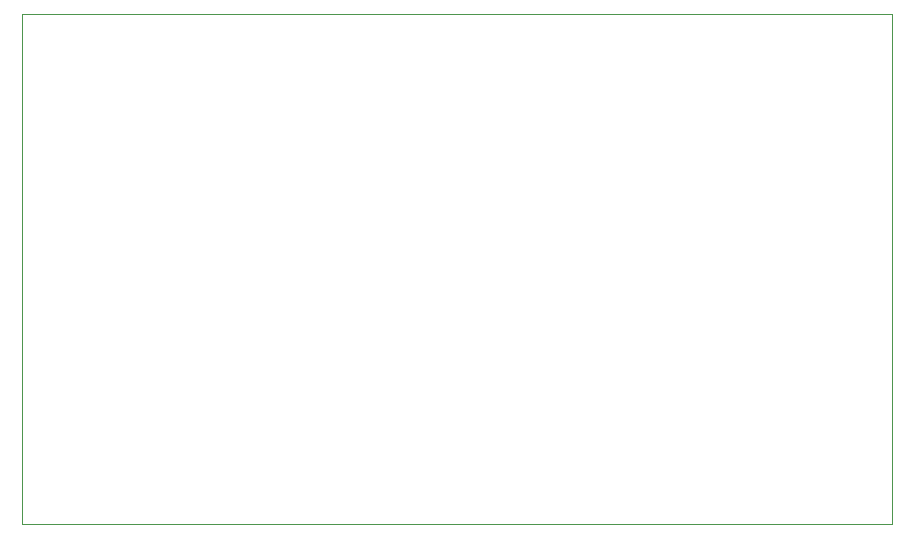
<source format=gbr>
%TF.GenerationSoftware,KiCad,Pcbnew,(6.0.10)*%
%TF.CreationDate,2023-02-17T15:21:22-08:00*%
%TF.ProjectId,LED,4c45442e-6b69-4636-9164-5f7063625858,rev?*%
%TF.SameCoordinates,Original*%
%TF.FileFunction,Profile,NP*%
%FSLAX46Y46*%
G04 Gerber Fmt 4.6, Leading zero omitted, Abs format (unit mm)*
G04 Created by KiCad (PCBNEW (6.0.10)) date 2023-02-17 15:21:22*
%MOMM*%
%LPD*%
G01*
G04 APERTURE LIST*
%TA.AperFunction,Profile*%
%ADD10C,0.100000*%
%TD*%
G04 APERTURE END LIST*
D10*
X175260000Y-104140000D02*
X101600000Y-104140000D01*
X175260000Y-60960000D02*
X175260000Y-104140000D01*
X101600000Y-60960000D02*
X175260000Y-60960000D01*
X101600000Y-104140000D02*
X101600000Y-60960000D01*
M02*

</source>
